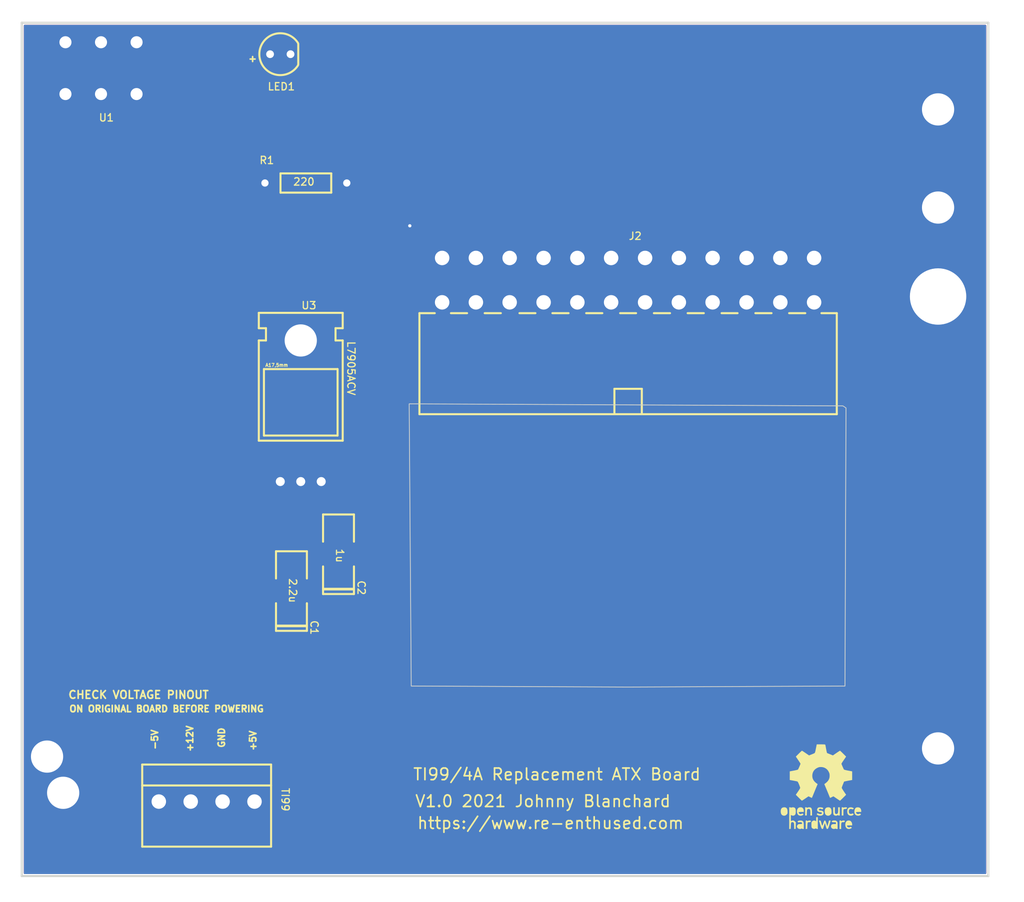
<source format=kicad_pcb>
(kicad_pcb (version 20231231) (generator "pcbnew") (generator_version "7.99")
  (layers (0 "F.Cu" signal "TopLayer") (31 "B.Cu" signal "BottomLayer") (34 "B.Paste" user "BottomPasteMaskLayer") (35 "F.Paste" user "TopPasteMaskLayer") (36 "B.SilkS" user "BottomSilkLayer") (37 "F.SilkS" user "TopSilkLayer") (38 "B.Mask" user "BottomSolderMaskLayer") (39 "F.Mask" user "TopSolderMaskLayer") (44 "Edge.Cuts" user "BoardOutline"))
  (net 1 "")
  (net 2 "GND")
  (net 3 "-5V")
  (net 4 "12V")
  (net 5 "+5V1")
  (net 6 "LED1_1")
  (net 7 "PS_ON")
  (net 8 "+5V2")
  (net 9 "-12V")
  (footprint "EasyEDA:Hole_gge747" (layer "F.Cu") (at 203.919 70.734)
    (property "Reference" "Hole_gge747" (hide yes))
    (property "Value" "Hole_gge747" (hide yes))
  )
  (footprint "EasyEDA:L_AXIAL-0.4" (layer "F.Cu") (at 125.433 67.686)
    (property "Reference" "R1")
    (property "Value" "220")
  )
  (footprint "EasyEDA:Hole_gge746" (layer "F.Cu") (at 203.919 81.783)
    (property "Reference" "Hole_gge746" (hide yes))
    (property "Value" "Hole_gge746" (hide yes))
  )
  (footprint "EasyEDA:DIP-1X4P-3.96MM-SK" (layer "F.Cu") (at 113.114 144.521)
    (property "Reference" "TI99")
    (property "Value" "Header-Male-2.54_1x4" (hide yes))
  )
  (footprint "EasyEDA:Pad_gge12412" (layer "F.Cu") (at 124.798 91.562)
    (property "Reference" "Pad_gge12412" (hide yes))
    (property "Value" "Pad_gge12412" (hide yes))
  )
  (footprint "EasyEDA:TO220" (layer "F.Cu") (at 124.798 104.77)
    (property "Reference" "U3")
    (property "Value" "L7905ACV")
  )
  (footprint "EasyEDA:CASE-C_6032" (layer "F.Cu") (at 129.497 113.533 -90)
    (property "Reference" "C2")
    (property "Value" "1u")
  )
  (footprint "EasyEDA:Hole_gge745" (layer "F.Cu") (at 203.919 137.917)
    (property "Reference" "Hole_gge745" (hide yes))
    (property "Value" "Hole_gge745" (hide yes))
  )
  (footprint "EasyEDA:Hole_gge749" (layer "F.Cu") (at 95.302 143.4331)
    (property "Reference" "Hole_gge749" (hide yes))
    (property "Value" "Hole_gge749" (hide yes))
  )
  (footprint "EasyEDA:LED-5MM/2.54" (layer "F.Cu") (at 122.258 51.684 90)
    (property "Reference" "LED1")
    (property "Value" "LED-5MM" (hide yes))
  )
  (footprint "EasyEDA:Hole_gge744" (layer "F.Cu") (at 203.919 58.542)
    (property "Reference" "Hole_gge744" (hide yes))
    (property "Value" "Hole_gge744" (hide yes))
  )
  (footprint "EasyEDA:Hole_gge12811" (layer "F.Cu") (at 124.798 87.244)
    (property "Reference" "Hole_gge12811" (hide yes))
    (property "Value" "Hole_gge12811" (hide yes))
  )
  (footprint "EasyEDA:ATX24_RIGHT_ANGLE" (layer "F.Cu") (at 165.438 79.751)
    (property "Reference" "J2")
    (property "Value" "ATX24RH" (hide yes))
  )
  (footprint "EasyEDA:SLIDE_SWITCH" (layer "F.Cu") (at 101.557 56.891)
    (property "Reference" "U1")
    (property "Value" "Slide_Switch" (hide yes))
  )
  (footprint "EasyEDA:CASE-C_6032" (layer "F.Cu") (at 123.655 118.105 -90)
    (property "Reference" "C1")
    (property "Value" "2.2u")
  )
  (footprint "EasyEDA:Hole_gge748" (layer "F.Cu") (at 93.302 138.933)
    (property "Reference" "Hole_gge748" (hide yes))
    (property "Value" "Hole_gge748" (hide yes))
  )
  (gr_poly (pts (xy 190.0224 145.2981) (xy 189.975388 145.334185) (xy 189.935357 145.380531) (xy 189.902501 145.436524) (xy 189.877012 145.50155) (xy 189.859084 145.574994) (xy 189.84891 145.656243) (xy 189.846684 145.744683) (xy 189.8526 145.8397) (xy 189.86352 145.918701) (xy 189.879418 145.988057) (xy 189.900764 146.048519) (xy 189.928025 146.100837) (xy 189.96167 146.145763) (xy 190.002168 146.184048) (xy 190.049989 146.216443) (xy 190.1056 146.2437) (xy 190.16868 146.26504) (xy 190.231342 146.276307) (xy 190.293279 146.277574) (xy 190.354187 146.268912) (xy 190.413759 146.250392) (xy 190.471689 146.222085) (xy 190.527671 146.184064) (xy 190.5814 146.1364) (xy 190.617046 146.099735) (xy 190.65518 146.052511) (xy 190.67825 146.004087) (xy 190.690013 145.942616) (xy 190.69343 145.888538) (xy 190.694605 145.819887) (xy 190.6947 145.779) (xy 190.693262 145.709466) (xy 190.688906 145.645035) (xy 190.681569 145.585622) (xy 190.671187 145.531142) (xy 190.657698 145.48151) (xy 190.621142 145.396455) (xy 190.571396 145.32978) (xy 190.507953 145.280809) (xy 190.430307 145.248866) (xy 190.337951 145.233275) (xy 190.2861 145.2314) (xy 190.23286 145.234156) (xy 190.179117 145.241975) (xy 190.126902 145.25435) (xy 190.078242 145.270775) (xy 190.0224 145.2981)) (fill solid) (layer "F.SilkS"))
  (gr_poly (pts (xy 185.4387 146.5817) (xy 185.4387 147.932) (xy 185.5326 147.9212) (xy 185.6265 147.9104) (xy 185.6435 147.5251) (xy 185.646899 147.453362) (xy 185.650515 147.389603) (xy 185.654542 147.333357) (xy 185.664612 147.241553) (xy 185.678673 147.174235) (xy 185.698285 147.127693) (xy 185.741529 147.088712) (xy 185.806052 147.075592) (xy 185.8332 147.0748) (xy 185.883803 147.082778) (xy 185.9385 147.103867) (xy 185.9698 147.1226) (xy 186.004723 147.160979) (xy 186.022009 147.208062) (xy 186.033697 147.282056) (xy 186.039282 147.351326) (xy 186.043736 147.440043) (xy 186.045707 147.492629) (xy 186.0476 147.5512) (xy 186.0592 147.9314) (xy 186.15 147.9209) (xy 186.2408 147.9104) (xy 186.2504 147.5071) (xy 186.2601 147.1038) (xy 186.1429 146.9866) (xy 186.094716 146.94163) (xy 186.051349 146.909119) (xy 185.995019 146.882293) (xy 185.932848 146.870758) (xy 185.897 146.8695) (xy 185.841757 146.873884) (xy 185.787612 146.8859) (xy 185.740385 146.90384) (xy 185.7059 146.926) (xy 185.655561 146.933686) (xy 185.647397 146.875846) (xy 185.644798 146.808057) (xy 185.643716 146.712755) (xy 185.64354 146.65368) (xy 185.6435 146.5864) (xy 185.6435 146.1904) (xy 185.7665 146.2417) (xy 185.822671 146.261353) (xy 185.877042 146.272626) (xy 185.929507 146.275539) (xy 185.979962 146.270112) (xy 186.028303 146.256365) (xy 186.074426 146.234317) (xy 186.118226 146.203988) (xy 186.1596 146.1654) (xy 186.192643 146.125045) (xy 186.216343 146.080671) (xy 186.232643 146.024798) (xy 186.243482 145.949948) (xy 186.248635 145.885811) (xy 186.2528 145.8077) (xy 186.254689 145.753936) (xy 186.255275 145.703492) (xy 186.252409 145.612103) (xy 186.243951 145.532605) (xy 186.22965 145.464075) (xy 186.209255 145.405584) (xy 186.182515 145.356209) (xy 186.14918 145.315023) (xy 186.109 145.2811) (xy 186.049714 145.253902) (xy 185.999101 145.241792) (xy 185.943222 145.234629) (xy 185.88517 145.232524) (xy 185.828035 145.235589) (xy 185.774909 145.243935) (xy 185.7095 145.2666) (xy 185.659437 145.2849) (xy 185.6435 145.2666) (xy 185.598241 145.237353) (xy 185.5411 145.2313) (xy 185.4387 145.2313) (xy 185.4387 146.5817)) (fill solid) (layer "F.SilkS"))
  (gr_poly (pts (xy 189.1393 146.9292) (xy 189.158396 146.988773) (xy 189.175282 147.041533) (xy 189.19615 147.106762) (xy 189.220317 147.182327) (xy 189.247103 147.266095) (xy 189.275824 147.35593) (xy 189.3058 147.4497) (xy 189.330265 147.526026) (xy 189.352139 147.59349) (xy 189.371704 147.652653) (xy 189.389245 147.704075) (xy 189.419388 147.785934) (xy 189.444837 147.84355) (xy 189.479177 147.894319) (xy 189.529722 147.918983) (xy 189.5451 147.9212) (xy 189.600219 147.920333) (xy 189.645133 147.896526) (xy 189.6495 147.8871) (xy 189.670862 147.811722) (xy 189.696817 147.722645) (xy 189.725404 147.626323) (xy 189.740071 147.577462) (xy 189.754662 147.529212) (xy 189.782631 147.437768) (xy 189.807351 147.358448) (xy 189.826861 147.297706) (xy 189.8392 147.262) (xy 189.8655 147.1937) (xy 189.8856 147.262) (xy 189.920565 147.381038) (xy 189.951239 147.485054) (xy 189.978054 147.575042) (xy 190.001442 147.651998) (xy 190.021836 147.716915) (xy 190.03967 147.77079) (xy 190.069387 147.849387) (xy 190.094056 147.895749) (xy 190.142099 147.923597) (xy 190.1724 147.921) (xy 190.223016 147.908256) (xy 190.267676 147.859088) (xy 190.301825 147.787387) (xy 190.32194 147.735656) (xy 190.344851 147.671469) (xy 190.371134 147.593425) (xy 190.401365 147.500123) (xy 190.436121 147.390161) (xy 190.475978 147.262137) (xy 190.521512 147.11465) (xy 190.5733 146.9463) (xy 190.5808 146.89137) (xy 190.527119 146.870614) (xy 190.4752 146.8695) (xy 190.416048 146.872384) (xy 190.366863 146.890662) (xy 190.3534 146.9317) (xy 190.345289 146.992281) (xy 190.332491 147.049965) (xy 190.315597 147.11335) (xy 190.3061 147.145) (xy 190.290134 147.196736) (xy 190.272325 147.255647) (xy 190.253931 147.317516) (xy 190.236209 147.378128) (xy 190.220417 147.433265) (xy 190.2158 147.4497) (xy 190.1729 147.6033) (xy 190.0554 147.2364) (xy 190.03697 147.179182) (xy 190.020223 147.128128) (xy 189.991059 147.043143) (xy 189.966465 146.978718) (xy 189.945 146.932125) (xy 189.915515 146.8897) (xy 189.8616 146.8695) (xy 189.808049 146.888953) (xy 189.768766 146.949465) (xy 189.746546 147.001604) (xy 189.720783 147.071676) (xy 189.690107 147.162192) (xy 189.6725 147.2159) (xy 189.65019 147.284075) (xy 189.630403 147.34312) (xy 189.612806 147.393003) (xy 189.582849 147.465161) (xy 189.546025 147.503925) (xy 189.51095 147.458587) (xy 189.484107 147.381233) (xy 189.468649 147.328326) (xy 189.451391 147.265892) (xy 189.432 147.1939) (xy 189.416372 147.135627) (xy 189.402609 147.084784) (xy 189.379371 147.00336) (xy 189.359673 146.945579) (xy 189.331043 146.894372) (xy 189.280868 146.871029) (xy 189.2228 146.8695) (xy 189.172867 146.872092) (xy 189.134234 146.905903) (xy 189.1393 146.9292)) (fill solid) (layer "F.SilkS"))
  (gr_poly (pts (xy 187.0428 147.5456) (xy 187.034504 147.608997) (xy 187.009598 147.657901) (xy 186.968049 147.692332) (xy 186.909825 147.71231) (xy 186.834894 147.717855) (xy 186.8062 147.7165) (xy 186.746343 147.708846) (xy 186.696051 147.695695) (xy 186.639941 147.667089) (xy 186.604562 147.615799) (xy 186.618934 147.55427) (xy 186.6309 147.5379) (xy 186.672183 147.508912) (xy 186.724106 147.493821) (xy 186.774871 147.487035) (xy 186.836342 147.483999) (xy 186.8593 147.4838) (xy 186.911485 147.484322) (xy 186.970232 147.487659) (xy 187.025424 147.503194) (xy 187.0428 147.5456)) (fill solid) (layer "F.SilkS"))
  (gr_poly (pts (xy 189.0356 145.2788) (xy 188.995741 145.313065) (xy 188.962185 145.353009) (xy 188.935378 145.39728) (xy 188.915762 145.444525) (xy 188.903782 145.493391) (xy 188.901101 145.566774) (xy 188.9181 145.6362) (xy 188.952282 145.698452) (xy 188.999692 145.747531) (xy 189.063853 145.785321) (xy 189.117673 145.805175) (xy 189.181548 145.82141) (xy 189.256523 145.834585) (xy 189.2985 145.8402) (xy 189.369389 145.850455) (xy 189.421462 145.862251) (xy 189.474001 145.888721) (xy 189.4949 145.9287) (xy 189.494163 145.980021) (xy 189.454801 146.038114) (xy 189.407724 146.063209) (xy 189.347717 146.076567) (xy 189.277982 146.077475) (xy 189.201721 146.06522) (xy 189.122137 146.03909) (xy 189.0821 146.0206) (xy 189.024292 145.991928) (xy 188.974526 145.974536) (xy 188.924785 145.993651) (xy 188.896 146.0238) (xy 188.863432 146.06297) (xy 188.871348 146.117835) (xy 188.915 146.1556) (xy 188.993748 146.206919) (xy 189.083209 146.244203) (xy 189.179322 146.267372) (xy 189.278025 146.27635) (xy 189.375255 146.271058) (xy 189.466953 146.251421) (xy 189.549055 146.217361) (xy 189.6175 146.1688) (xy 189.660303 146.115477) (xy 189.689967 146.049511) (xy 189.70205 146.000725) (xy 189.707701 145.949641) (xy 189.706684 145.89759) (xy 189.698762 145.8459) (xy 189.6837 145.7959) (xy 189.652882 145.751099) (xy 189.599667 145.710746) (xy 189.554562 145.687562) (xy 189.503724 145.668227) (xy 189.448842 145.653489) (xy 189.391604 145.644097) (xy 189.3337 145.6408) (xy 189.273721 145.636678) (xy 189.2192 145.625) (xy 189.16389 145.601347) (xy 189.1401 145.5831) (xy 189.105885 145.542984) (xy 189.125561 145.491475) (xy 189.1585 145.4636) (xy 189.206301 145.429328) (xy 189.265324 145.406871) (xy 189.331929 145.410361) (xy 189.395369 145.429607) (xy 189.4474 145.4502) (xy 189.498263 145.470198) (xy 189.554387 145.4806) (xy 189.604174 145.452179) (xy 189.6232 145.4321) (xy 189.659651 145.38661) (xy 189.650408 145.334256) (xy 189.6258 145.3081) (xy 189.581269 145.280632) (xy 189.513415 145.259225) (xy 189.429723 145.244249) (xy 189.337675 145.236075) (xy 189.244755 145.235072) (xy 189.158446 145.241612) (xy 189.086233 145.256064) (xy 189.0356 145.2788)) (fill solid) (layer "F.SilkS"))
  (gr_poly (pts (xy 186.5825 145.3053) (xy 186.519955 145.366168) (xy 186.469634 145.439482) (xy 186.431964 145.522971) (xy 186.407375 145.614362) (xy 186.396294 145.711383) (xy 186.399153 145.81176) (xy 186.405943 145.862498) (xy 186.416378 145.913224) (xy 186.430512 145.963652) (xy 186.4484 146.0135) (xy 186.475262 146.069782) (xy 186.50835 146.123037) (xy 186.543462 146.167273) (xy 186.5764 146.1965) (xy 186.644263 146.233203) (xy 186.716498 146.259031) (xy 186.791375 146.274012) (xy 186.867162 146.278175) (xy 186.942129 146.271546) (xy 187.014545 146.254156) (xy 187.082679 146.226031) (xy 187.1448 146.1872) (xy 187.191181 146.149979) (xy 187.200206 146.095301) (xy 187.1666 146.0551) (xy 187.129459 146.018301) (xy 187.078324 146.005499) (xy 187.027461 146.023491) (xy 186.9919 146.04) (xy 186.939357 146.060475) (xy 186.885962 146.072925) (xy 186.835285 146.076787) (xy 186.7909 146.0715) (xy 186.73545 146.046492) (xy 186.683281 146.004497) (xy 186.640797 145.953714) (xy 186.614401 145.902342) (xy 186.6153 145.8471) (xy 186.678169 145.826795) (xy 186.740727 145.819299) (xy 186.791515 145.815551) (xy 186.848325 145.812937) (xy 186.910091 145.811575) (xy 186.9425 145.8114) (xy 187.2476 145.8114) (xy 187.2476 145.6732) (xy 187.244389 145.613525) (xy 187.235003 145.555414) (xy 187.219808 145.499666) (xy 187.199175 145.447087) (xy 187.173469 145.398478) (xy 187.143059 145.354642) (xy 187.108313 145.316381) (xy 187.0696 145.2845) (xy 187.020533 145.258741) (xy 186.961315 145.241371) (xy 186.895333 145.232247) (xy 186.825975 145.231225) (xy 186.756625 145.238162) (xy 186.690671 145.252915) (xy 186.631501 145.275342) (xy 186.5825 145.3053)) (fill solid) (layer "F.SilkS"))
  (gr_poly (pts (xy 190.4368 145.5119) (xy 190.462788 145.567605) (xy 190.475423 145.616437) (xy 190.484088 145.671812) (xy 190.488599 145.731318) (xy 190.488771 145.792543) (xy 190.484418 145.853075) (xy 190.475355 145.910503) (xy 190.469 145.9373) (xy 190.443522 145.983921) (xy 190.398536 146.021541) (xy 190.340709 146.047485) (xy 190.276709 146.059081) (xy 190.213205 146.053654) (xy 190.1933 146.0476) (xy 190.142182 146.020097) (xy 190.102327 145.979163) (xy 190.073376 145.92404) (xy 190.054967 145.853973) (xy 190.048374 145.798587) (xy 190.0462 145.736) (xy 190.049672 145.665744) (xy 190.060087 145.604834) (xy 190.077439 145.553275) (xy 190.116465 145.493486) (xy 190.171075 145.454778) (xy 190.241251 145.437174) (xy 190.2681 145.436) (xy 190.323287 145.440406) (xy 190.378842 145.459018) (xy 190.422209 145.493421) (xy 190.4368 145.5119)) (fill solid) (layer "F.SilkS"))
  (gr_poly (pts (xy 193.0041 147.1747) (xy 193.024291 147.225984) (xy 193.031056 147.278449) (xy 193.0285 147.2857) (xy 192.971209 147.303156) (xy 192.907193 147.309863) (xy 192.849771 147.312637) (xy 192.8087 147.3132) (xy 192.752129 147.31267) (xy 192.687819 147.309403) (xy 192.634602 147.298801) (xy 192.606 147.2561) (xy 192.619705 147.192858) (xy 192.656545 147.142159) (xy 192.710102 147.105311) (xy 192.773962 147.083625) (xy 192.841708 147.07841) (xy 192.906923 147.090978) (xy 192.963192 147.122637) (xy 193.0041 147.1747)) (fill solid) (layer "F.SilkS"))
  (gr_poly (pts (xy 188.806 137.663) (xy 188.794774 137.71828) (xy 188.782159 137.780623) (xy 188.768583 137.847895) (xy 188.754475 137.917962) (xy 188.740263 137.98869) (xy 188.726378 138.057945) (xy 188.713247 138.123593) (xy 188.7013 138.1835) (xy 188.689063 138.240371) (xy 188.675707 138.294373) (xy 188.661613 138.344397) (xy 188.639921 138.409554) (xy 188.61871 138.459532) (xy 188.5934 138.4961) (xy 188.547421 138.521462) (xy 188.486219 138.550231) (xy 188.435564 138.572778) (xy 188.378812 138.597225) (xy 188.317493 138.622894) (xy 188.253138 138.649104) (xy 188.2203 138.6622) (xy 187.9008 138.7886) (xy 187.4742 138.4946) (xy 187.430583 138.464633) (xy 187.3879 138.435508) (xy 187.346384 138.407376) (xy 187.267786 138.354692) (xy 187.196656 138.307785) (xy 187.134859 138.26786) (xy 187.08426 138.236122) (xy 187.03344 138.2065) (xy 187.019 138.2005) (xy 186.961145 138.24495) (xy 186.917147 138.284551) (xy 186.863655 138.334363) (xy 186.802285 138.392882) (xy 186.734653 138.458604) (xy 186.698994 138.493696) (xy 186.662376 138.530023) (xy 186.625 138.5674) (xy 186.2595 138.9343) (xy 186.5488 139.3584) (xy 186.578267 139.401813) (xy 186.606909 139.444408) (xy 186.661123 139.526192) (xy 186.710253 139.601851) (xy 186.753112 139.669487) (xy 186.788513 139.727199) (xy 186.81527 139.773089) (xy 186.8381 139.8218) (xy 186.81314 139.902105) (xy 186.774752 140.000258) (xy 186.751188 140.057728) (xy 186.725669 140.118575) (xy 186.698912 140.181137) (xy 186.671636 140.243749) (xy 186.644559 140.304748) (xy 186.6184 140.36247) (xy 186.593876 140.415251) (xy 186.571706 140.461428) (xy 186.537299 140.527316) (xy 186.5265 140.5437) (xy 186.474854 140.566323) (xy 186.423662 140.581586) (xy 186.358437 140.598762) (xy 186.281338 140.617312) (xy 186.194526 140.636695) (xy 186.10016 140.656371) (xy 186.050819 140.66615) (xy 186.0004 140.6758) (xy 185.507 140.7685) (xy 185.507 141.3048) (xy 185.507 141.8411) (xy 185.9422 141.92) (xy 186.031047 141.936414) (xy 186.116731 141.952746) (xy 186.197174 141.968568) (xy 186.2703 141.98345) (xy 186.334032 141.996962) (xy 186.386293 142.008678) (xy 186.438637 142.021942) (xy 186.4481 142.025) (xy 186.488432 142.057178) (xy 186.52321 142.107132) (xy 186.549106 142.15371) (xy 186.577518 142.211518) (xy 186.608742 142.281079) (xy 186.643075 142.362915) (xy 186.6615 142.4086) (xy 186.690099 142.481643) (xy 186.716782 142.55204) (xy 186.740965 142.618092) (xy 186.762062 142.6781) (xy 186.779489 142.730363) (xy 186.797468 142.790522) (xy 186.8039 142.8237) (xy 186.782296 142.877293) (xy 186.756976 142.923768) (xy 186.723475 142.980875) (xy 186.682913 143.046746) (xy 186.636415 143.119518) (xy 186.585103 143.197325) (xy 186.5301 143.2783) (xy 186.2562 143.6756) (xy 186.6234 144.0439) (xy 186.660921 144.081406) (xy 186.69764 144.11786) (xy 186.733355 144.153075) (xy 186.800974 144.219028) (xy 186.862172 144.277755) (xy 186.915346 144.327746) (xy 186.958891 144.367488) (xy 187.002645 144.404584) (xy 187.0151 144.4121) (xy 187.07498 144.379198) (xy 187.12184 144.349885) (xy 187.17919 144.313013) (xy 187.245296 144.269694) (xy 187.318426 144.221042) (xy 187.396847 144.16817) (xy 187.4375 144.1405) (xy 187.8353 143.8689) (xy 188.0398 143.9721) (xy 188.100929 144.002196) (xy 188.155768 144.027834) (xy 188.213955 144.05285) (xy 188.2549 144.0645) (xy 188.276458 144.018816) (xy 188.308021 143.945321) (xy 188.328731 143.896214) (xy 188.352624 143.839112) (xy 188.379625 143.7742) (xy 188.409655 143.701661) (xy 188.44264 143.621679) (xy 188.478502 143.534439) (xy 188.517165 143.440125) (xy 188.558553 143.338919) (xy 188.602589 143.231007) (xy 188.649197 143.116573) (xy 188.6983 142.9958) (xy 188.722202 142.937163) (xy 188.747639 142.875156) (xy 188.773827 142.811658) (xy 188.799987 142.74855) (xy 188.825336 142.68771) (xy 188.849092 142.631018) (xy 188.870474 142.580355) (xy 188.8887 142.5376) (xy 188.9682 142.3524) (xy 188.8695 142.2816) (xy 188.799787 142.229501) (xy 188.734847 142.1767) (xy 188.674643 142.123132) (xy 188.619137 142.068732) (xy 188.56829 142.013435) (xy 188.522064 141.957176) (xy 188.480422 141.89989) (xy 188.443325 141.841512) (xy 188.410734 141.781978) (xy 188.382613 141.721222) (xy 188.358922 141.659179) (xy 188.339625 141.595785) (xy 188.324681 141.530976) (xy 188.314055 141.464684) (xy 188.307707 141.396847) (xy 188.3056 141.3274) (xy 188.308107 141.245565) (xy 188.315593 141.166022) (xy 188.328001 141.088862) (xy 188.345275 141.014175) (xy 188.367357 140.942051) (xy 188.394193 140.872583) (xy 188.425726 140.805861) (xy 188.4619 140.741975) (xy 188.502657 140.681016) (xy 188.547943 140.623075) (xy 188.597701 140.568244) (xy 188.651875 140.516612) (xy 188.710407 140.468271) (xy 188.773243 140.423311) (xy 188.840326 140.381824) (xy 188.9116 140.3439) (xy 188.978968 140.3117) (xy 189.037915 140.286107) (xy 189.091392 140.266413) (xy 189.14235 140.251912) (xy 189.193738 140.241897) (xy 189.248509 140.23566) (xy 189.309612 140.232497) (xy 189.38 140.2317) (xy 189.459268 140.234505) (xy 189.536874 140.242549) (xy 189.612646 140.255726) (xy 189.686414 140.273928) (xy 189.758007 140.297048) (xy 189.827256 140.32498) (xy 189.893989 140.357616) (xy 189.958037 140.39485) (xy 190.019229 140.436574) (xy 190.077395 140.482682) (xy 190.132364 140.533067) (xy 190.183967 140.587621) (xy 190.232032 140.646239) (xy 190.276389 140.708812) (xy 190.316869 140.775235) (xy 190.3533 140.8454) (xy 190.382252 140.908274) (xy 190.405385 140.96441) (xy 190.423304 141.01657) (xy 190.436612 141.067512) (xy 190.445912 141.119996) (xy 190.451807 141.176782) (xy 190.454902 141.24063) (xy 190.4558 141.3143) (xy 190.453829 141.387259) (xy 190.447856 141.457817) (xy 190.437791 141.526129) (xy 190.423543 141.59235) (xy 190.405023 141.656634) (xy 190.38214 141.719138) (xy 190.354804 141.780016) (xy 190.322925 141.839425) (xy 190.286411 141.897518) (xy 190.245175 141.954452) (xy 190.199124 142.010381) (xy 190.148168 142.065462) (xy 190.092218 142.119849) (xy 190.031184 142.173697) (xy 189.964974 142.227162) (xy 189.8935 142.2804) (xy 189.7964 142.35) (xy 190.0454 142.9459) (xy 190.071288 143.00794) (xy 190.097495 143.070844) (xy 190.123841 143.134176) (xy 190.150146 143.1975) (xy 190.17623 143.260378) (xy 190.201912 143.322374) (xy 190.227012 143.383052) (xy 190.25135 143.441975) (xy 190.274745 143.498706) (xy 190.297019 143.55281) (xy 190.317989 143.603849) (xy 190.337478 143.651387) (xy 190.371285 143.734214) (xy 190.397 143.7978) (xy 190.417815 143.849442) (xy 190.437581 143.898042) (xy 190.464256 143.962843) (xy 190.485984 144.014646) (xy 190.506995 144.062079) (xy 190.5084 144.0645) (xy 190.560804 144.047723) (xy 190.623312 144.019863) (xy 190.680364 143.992595) (xy 190.7216 143.9721) (xy 190.9261 143.8689) (xy 191.3239 144.1405) (xy 191.404316 144.195064) (xy 191.480309 144.245965) (xy 191.550148 144.29209) (xy 191.6121 144.332325) (xy 191.664433 144.365556) (xy 191.721109 144.399837) (xy 191.7464 144.4121) (xy 191.802512 144.367538) (xy 191.846014 144.327835) (xy 191.899141 144.277892) (xy 191.960287 144.219214) (xy 192.027846 144.15331) (xy 192.06353 144.118119) (xy 192.100214 144.081686) (xy 192.1377 144.0442) (xy 192.5045 143.6763) (xy 192.231 143.2716) (xy 192.176098 143.189175) (xy 192.124939 143.110107) (xy 192.078638 143.036283) (xy 192.038312 142.969587) (xy 192.005079 142.911905) (xy 191.980054 142.865123) (xy 191.9591 142.8118) (xy 191.971179 142.762198) (xy 191.993367 142.694816) (xy 192.013282 142.638702) (xy 192.036596 142.575613) (xy 192.062706 142.507244) (xy 192.091011 142.43529) (xy 192.1058 142.3985) (xy 192.251 142.0401) (xy 192.4199 142.001) (xy 192.485061 141.986689) (xy 192.540634 141.975111) (xy 192.603513 141.962381) (xy 192.67164 141.948908) (xy 192.742957 141.9351) (xy 192.815405 141.921366) (xy 192.886928 141.908116) (xy 192.9217 141.9018) (xy 193.2544 141.8417) (xy 193.2544 141.3051) (xy 193.2544 140.7685) (xy 192.761 140.6758) (xy 192.710589 140.66615) (xy 192.661275 140.656371) (xy 192.567012 140.636695) (xy 192.480361 140.617312) (xy 192.403475 140.598762) (xy 192.338503 140.581586) (xy 192.2876 140.566323) (xy 192.2366 140.5437) (xy 192.210882 140.498858) (xy 192.169648 140.413981) (xy 192.145037 140.360746) (xy 192.118736 140.302563) (xy 192.091476 140.241118) (xy 192.063987 140.1781) (xy 192.036998 140.115193) (xy 192.011239 140.054086) (xy 191.987441 139.996466) (xy 191.966332 139.944018) (xy 191.935106 139.861391) (xy 191.9234 139.8197) (xy 191.946334 139.7723) (xy 191.973212 139.727014) (xy 192.008775 139.66985) (xy 192.051827 139.602692) (xy 192.101178 139.527425) (xy 192.155633 139.445932) (xy 192.184402 139.403441) (xy 192.214 139.3601) (xy 192.5047 138.9366) (xy 192.1378 138.5686) (xy 192.100288 138.531095) (xy 192.063565 138.494643) (xy 192.027829 138.459433) (xy 191.960126 138.393494) (xy 191.89879 138.334784) (xy 191.845429 138.284813) (xy 191.801652 138.245088) (xy 191.757477 138.208011) (xy 191.7447 138.2005) (xy 191.68028 138.23609) (xy 191.629808 138.267794) (xy 191.56802 138.307672) (xy 191.496783 138.354517) (xy 191.417963 138.407124) (xy 191.376293 138.435211) (xy 191.333427 138.464287) (xy 191.2896 138.4942) (xy 190.8608 138.7879) (xy 190.4962 138.6391) (xy 190.1316 138.4903) (xy 190.0894 138.3198) (xy 190.074475 138.255366) (xy 190.062905 138.201483) (xy 190.050491 138.141142) (xy 190.037616 138.076302) (xy 190.024667 138.00892) (xy 190.01203 137.940956) (xy 190.000088 137.874367) (xy 189.9945 137.8422) (xy 189.98357 137.779258) (xy 189.972648 137.718187) (xy 189.962024 137.660491) (xy 189.951987 137.607675) (xy 189.938666 137.540891) (xy 189.92566 137.482969) (xy 189.9235 137.4753) (xy 189.8849 137.437746) (xy 189.82205 137.425387) (xy 189.754505 137.420383) (xy 189.661346 137.417404) (xy 189.603795 137.416524) (xy 189.538201 137.41597) (xy 189.464018 137.415682) (xy 189.3807 137.4156) (xy 188.8564 137.4156) (xy 188.806 137.663)) (fill solid) (layer "F.SilkS"))
  (gr_poly (pts (xy 186.9529 145.4726) (xy 187.001975 145.514825) (xy 187.041381 145.565626) (xy 187.013615 145.619722) (xy 186.939429 145.635723) (xy 186.865447 145.64025) (xy 186.821 145.6408) (xy 186.739654 145.639434) (xy 186.678231 145.634734) (xy 186.621685 145.619446) (xy 186.615631 145.56444) (xy 186.660476 145.508733) (xy 186.6829 145.4857) (xy 186.735784 145.43869) (xy 186.782524 145.41249) (xy 186.843221 145.409543) (xy 186.89348 145.431036) (xy 186.9529 145.4726)) (fill solid) (layer "F.SilkS"))
  (gr_poly (pts (xy 187.4865 147.4008) (xy 187.4865 147.932) (xy 187.5804 147.9212) (xy 187.6742 147.9104) (xy 187.6913 147.5251) (xy 187.694885 147.449764) (xy 187.698752 147.383007) (xy 187.703144 147.324363) (xy 187.708303 147.273362) (xy 187.721889 147.192423) (xy 187.74145 147.13645) (xy 187.786232 147.091117) (xy 187.855359 147.080917) (xy 187.9182 147.0874) (xy 187.973109 147.090856) (xy 188.029188 147.078266) (xy 188.079826 147.043879) (xy 188.1006 147.0233) (xy 188.134777 146.98617) (xy 188.154515 146.938754) (xy 188.1063 146.9065) (xy 188.045838 146.883046) (xy 187.978795 146.872052) (xy 187.90979 146.8733) (xy 187.843443 146.886573) (xy 187.784374 146.911653) (xy 187.7671 146.9226) (xy 187.719121 146.953601) (xy 187.6913 146.9226) (xy 187.659578 146.879372) (xy 187.601569 146.869697) (xy 187.5889 146.8695) (xy 187.4865 146.8695) (xy 187.4865 147.4008)) (fill solid) (layer "F.SilkS"))
  (gr_poly (pts (xy 187.4182 145.7432) (xy 187.4182 146.2551) (xy 187.5168 146.2551) (xy 187.6153 146.2551) (xy 187.6287 145.8933) (xy 187.631684 145.822691) (xy 187.635267 145.759581) (xy 187.639659 145.703565) (xy 187.651715 145.611187) (xy 187.669543 145.542306) (xy 187.694832 145.493674) (xy 187.750453 145.451582) (xy 187.801788 145.439354) (xy 187.8665 145.436) (xy 187.920178 145.441246) (xy 187.982502 145.471921) (xy 188.025475 145.535975) (xy 188.044751 145.60056) (xy 188.057496 145.68499) (xy 188.061678 145.735273) (xy 188.064537 145.791269) (xy 188.066176 145.853227) (xy 188.0667 145.9214) (xy 188.0667 146.2551) (xy 188.1691 146.2551) (xy 188.2715 146.2551) (xy 188.2715 145.878) (xy 188.271023 145.806153) (xy 188.269546 145.740026) (xy 188.266993 145.679353) (xy 188.263293 145.623868) (xy 188.258372 145.573308) (xy 188.244573 145.485901) (xy 188.225012 145.415013) (xy 188.1991 145.358525) (xy 188.166254 145.314317) (xy 188.125887 145.280273) (xy 188.1027 145.2664) (xy 188.042358 145.245216) (xy 187.992621 145.236777) (xy 187.938536 145.232853) (xy 187.882899 145.233414) (xy 187.828505 145.238433) (xy 187.778149 145.247882) (xy 187.7163 145.2703) (xy 187.66764 145.290901) (xy 187.6304 145.2703) (xy 187.58403 145.240218) (xy 187.528016 145.231501) (xy 187.5178 145.2313) (xy 187.4182 145.2313) (xy 187.4182 145.7432)) (fill solid) (layer "F.SilkS"))
  (gr_poly (pts (xy 188.7834 146.7178) (xy 188.7834 146.9757) (xy 188.7076 146.9226) (xy 188.660733 146.895826) (xy 188.61079 146.87844) (xy 188.558751 146.87034) (xy 188.5056 146.871425) (xy 188.452316 146.881594) (xy 188.399884 146.900746) (xy 188.349284 146.928782) (xy 188.3015 146.9656) (xy 188.251948 147.012276) (xy 188.220565 147.0561) (xy 188.203201 147.113586) (xy 188.197364 147.167653) (xy 188.194686 147.240024) (xy 188.193936 147.335589) (xy 188.1939 147.3936) (xy 188.194004 147.446744) (xy 188.195085 147.536586) (xy 188.197863 147.607355) (xy 188.202984 147.662481) (xy 188.216468 147.72334) (xy 188.238848 147.768288) (xy 188.2723 147.8089) (xy 188.313675 147.846099) (xy 188.36017 147.875793) (xy 188.410539 147.897753) (xy 188.463537 147.91175) (xy 188.517918 147.917552) (xy 188.572435 147.914931) (xy 188.625845 147.903657) (xy 188.6769 147.8835) (xy 188.729981 147.859131) (xy 188.779876 147.854361) (xy 188.7972 147.88) (xy 188.835437 147.913537) (xy 188.884077 147.926529) (xy 188.9018 147.9275) (xy 188.9882 147.9275) (xy 188.9882 147.1937) (xy 188.9882 146.4599) (xy 188.8858 146.4599) (xy 188.7834 146.4599) (xy 188.7834 146.7178)) (fill solid) (layer "F.SilkS"))
  (gr_poly (pts (xy 185.9886 145.4918) (xy 186.019022 145.563323) (xy 186.030739 145.632352) (xy 186.035753 145.710763) (xy 186.034193 145.791957) (xy 186.026186 145.869336) (xy 186.011859 145.936304) (xy 185.991341 145.986261) (xy 185.9788 146.0028) (xy 185.929177 146.036581) (xy 185.869156 146.054098) (xy 185.806121 146.055496) (xy 185.747457 146.040923) (xy 185.700548 146.010524) (xy 185.6888 145.9969) (xy 185.663625 145.931998) (xy 185.652554 145.8685) (xy 185.646185 145.795476) (xy 185.644633 145.718632) (xy 185.648014 145.643677) (xy 185.656442 145.576316) (xy 185.670033 145.522257) (xy 185.6788 145.502) (xy 185.718287 145.463296) (xy 185.778993 145.441151) (xy 185.849547 145.435944) (xy 185.918579 145.448056) (xy 185.974717 145.477865) (xy 185.9886 145.4918)) (fill solid) (layer "F.SilkS"))
  (gr_poly (pts (xy 184.5616 145.2981) (xy 184.514588 145.334185) (xy 184.474557 145.380531) (xy 184.441701 145.436524) (xy 184.416212 145.50155) (xy 184.398284 145.574994) (xy 184.38811 145.656243) (xy 184.385884 145.744683) (xy 184.3918 145.8397) (xy 184.402753 145.918701) (xy 184.418675 145.988057) (xy 184.440034 146.048519) (xy 184.4673 146.100837) (xy 184.50094 146.145763) (xy 184.541425 146.184048) (xy 184.589221 146.216443) (xy 184.6448 146.2437) (xy 184.707884 146.26504) (xy 184.770556 146.276307) (xy 184.832506 146.277574) (xy 184.893425 146.268912) (xy 184.953003 146.250392) (xy 185.010931 146.222085) (xy 185.0669 146.184064) (xy 185.1206 146.1364) (xy 185.156275 146.099735) (xy 185.194424 146.052511) (xy 185.217487 146.004087) (xy 185.229233 145.942616) (xy 185.232638 145.888538) (xy 185.233806 145.819887) (xy 185.2339 145.779) (xy 185.232463 145.709466) (xy 185.22811 145.645035) (xy 185.220777 145.585622) (xy 185.210401 145.531142) (xy 185.196918 145.48151) (xy 185.160374 145.396455) (xy 185.110638 145.32978) (xy 185.047197 145.280809) (xy 184.969544 145.248866) (xy 184.877168 145.233275) (xy 184.8253 145.2314) (xy 184.772097 145.234156) (xy 184.718361 145.241975) (xy 184.666134 145.25435) (xy 184.617456 145.270775) (xy 184.5616 145.2981)) (fill solid) (layer "F.SilkS"))
  (gr_poly (pts (xy 191.6845 147.3985) (xy 191.6845 147.9275) (xy 191.7868 147.9275) (xy 191.8893 147.9275) (xy 191.8893 147.5767) (xy 191.889811 147.499103) (xy 191.891462 147.429389) (xy 191.894424 147.367208) (xy 191.898871 147.312206) (xy 191.912914 147.222332) (xy 191.934975 147.15695) (xy 191.966438 147.113242) (xy 192.034295 147.08216) (xy 192.095326 147.080315) (xy 192.1311 147.084) (xy 192.18566 147.089517) (xy 192.237792 147.086082) (xy 192.283917 147.059264) (xy 192.3178 147.0153) (xy 192.344467 146.970632) (xy 192.349089 146.918085) (xy 192.328 146.8998) (xy 192.273677 146.879355) (xy 192.201811 146.871031) (xy 192.149137 146.8719) (xy 192.096139 146.87768) (xy 192.045807 146.888184) (xy 191.981848 146.912379) (xy 191.9651 146.9226) (xy 191.917077 146.953601) (xy 191.8893 146.9226) (xy 191.85756 146.879372) (xy 191.799486 146.869697) (xy 191.7868 146.8695) (xy 191.6845 146.8695) (xy 191.6845 147.3985)) (fill solid) (layer "F.SilkS"))
  (gr_poly (pts (xy 190.8995 145.6503) (xy 190.899837 145.735421) (xy 190.901007 145.811448) (xy 190.903244 145.878985) (xy 190.906781 145.938634) (xy 190.911853 145.990997) (xy 190.927541 146.076277) (xy 190.952181 146.139647) (xy 190.98765 146.185927) (xy 191.035822 146.219939) (xy 191.098572 146.246503) (xy 191.136 146.2585) (xy 191.191297 146.273172) (xy 191.250816 146.280387) (xy 191.304689 146.272733) (xy 191.364474 146.249385) (xy 191.3817 146.241) (xy 191.430426 146.219557) (xy 191.48338 146.207254) (xy 191.5077 146.2196) (xy 191.553113 146.246991) (xy 191.608807 146.254916) (xy 191.619 146.2551) (xy 191.7186 146.2551) (xy 191.7186 145.7432) (xy 191.7186 145.2313) (xy 191.6162 145.2313) (xy 191.5138 145.2313) (xy 191.5138 145.5688) (xy 191.513219 145.637025) (xy 191.511406 145.699132) (xy 191.508259 145.75536) (xy 191.503673 145.805943) (xy 191.489768 145.891126) (xy 191.468862 145.956575) (xy 191.440123 146.004182) (xy 191.38051 146.046285) (xy 191.328554 146.057577) (xy 191.2986 146.0589) (xy 191.240696 146.055916) (xy 191.177053 146.034699) (xy 191.136725 145.982725) (xy 191.120267 145.925062) (xy 191.110387 145.84484) (xy 191.105569 145.738505) (xy 191.104585 145.674433) (xy 191.1043 145.6025) (xy 191.1043 145.2313) (xy 191.0019 145.2313) (xy 190.8995 145.2313) (xy 190.8995 145.6503)) (fill solid) (layer "F.SilkS"))
  (gr_poly (pts (xy 184.976 145.5119) (xy 185.001677 145.562175) (xy 185.019248 145.624881) (xy 185.028848 145.695303) (xy 185.030612 145.768725) (xy 185.024674 145.840431) (xy 185.01117 145.905706) (xy 184.990233 145.959834) (xy 184.962 145.9981) (xy 184.904009 146.036593) (xy 184.840176 146.055286) (xy 184.775056 146.05446) (xy 184.713206 146.034395) (xy 184.659181 145.995372) (xy 184.6437 145.9782) (xy 184.612576 145.930754) (xy 184.594887 145.877562) (xy 184.588954 145.810139) (xy 184.59121 145.745128) (xy 184.5931 145.72) (xy 184.599461 145.664978) (xy 184.608888 145.61184) (xy 184.62482 145.549436) (xy 184.647422 145.495647) (xy 184.652 145.4893) (xy 184.701598 145.453312) (xy 184.767523 145.436676) (xy 184.839713 145.438684) (xy 184.908106 145.458629) (xy 184.96264 145.495802) (xy 184.976 145.5119)) (fill solid) (layer "F.SilkS"))
  (gr_poly (pts (xy 191.9575 145.7432) (xy 191.9575 146.2551) (xy 192.0599 146.2551) (xy 192.1623 146.2551) (xy 192.1623 145.8809) (xy 192.162376 145.81962) (xy 192.162662 145.765258) (xy 192.164187 145.675409) (xy 192.167531 145.607605) (xy 192.177392 145.539037) (xy 192.203031 145.489793) (xy 192.2345 145.4681) (xy 192.291586 145.448967) (xy 192.349337 145.441645) (xy 192.4047 145.4438) (xy 192.476655 145.438605) (xy 192.545135 145.409116) (xy 192.598986 145.36536) (xy 192.627056 145.317364) (xy 192.6051 145.2641) (xy 192.552197 145.244684) (xy 192.477695 145.234533) (xy 192.421987 145.232875) (xy 192.365618 145.235275) (xy 192.312164 145.241712) (xy 192.245268 145.258883) (xy 192.2283 145.2666) (xy 192.178237 145.2849) (xy 192.1623 145.2666) (xy 192.117041 145.237353) (xy 192.0599 145.2313) (xy 191.9575 145.2313) (xy 191.9575 145.7432)) (fill solid) (layer "F.SilkS"))
  (gr_poly (pts (xy 191.2408 147.5623) (xy 191.233827 147.619917) (xy 191.201151 147.675422) (xy 191.157299 147.702349) (xy 191.095313 147.717777) (xy 191.043227 147.722165) (xy 191.0138 147.7227) (xy 190.957063 147.719386) (xy 190.88884 147.702696) (xy 190.842237 147.6733) (xy 190.816376 147.616978) (xy 190.826172 147.56387) (xy 190.8353 147.5444) (xy 190.877663 147.504703) (xy 190.928405 147.49066) (xy 190.982833 147.48539) (xy 191.0543 147.4838) (xy 191.111639 147.484207) (xy 191.173682 147.487444) (xy 191.227089 147.505689) (xy 191.2408 147.5623)) (fill solid) (layer "F.SilkS"))
  (gr_poly (pts (xy 192.601 146.9273) (xy 192.555578 146.961476) (xy 192.515654 147.004028) (xy 192.4814 147.054533) (xy 192.452987 147.112575) (xy 192.430588 147.177731) (xy 192.414376 147.249584) (xy 192.404522 147.327713) (xy 192.4012 147.4117) (xy 192.404977 147.487092) (xy 192.416011 147.557634) (xy 192.433853 147.623023) (xy 192.458057 147.68296) (xy 192.488175 147.737146) (xy 192.523759 147.785279) (xy 192.564363 147.827059) (xy 192.609537 147.862187) (xy 192.658835 147.890362) (xy 192.71181 147.911284) (xy 192.768013 147.924654) (xy 192.826998 147.93017) (xy 192.888316 147.927533) (xy 192.951521 147.916442) (xy 193.016165 147.896598) (xy 193.0818 147.8677) (xy 193.13134 147.840665) (xy 193.18214 147.804379) (xy 193.205423 147.750972) (xy 193.170216 147.709958) (xy 193.1351 147.6886) (xy 193.082289 147.665122) (xy 193.031515 147.665354) (xy 193.008 147.6825) (xy 192.960465 147.7123) (xy 192.900721 147.724126) (xy 192.834486 147.720073) (xy 192.767475 147.702237) (xy 192.705404 147.672715) (xy 192.65399 147.633604) (xy 192.61895 147.587) (xy 192.606 147.535) (xy 192.652108 147.496774) (xy 192.710946 147.488952) (xy 192.767535 147.485907) (xy 192.840041 147.484281) (xy 192.9302 147.4838) (xy 193.2544 147.4838) (xy 193.2544 147.3633) (xy 193.250964 147.301916) (xy 193.24094 147.241175) (xy 193.224752 147.182027) (xy 193.202825 147.125425) (xy 193.175581 147.072319) (xy 193.143446 147.023662) (xy 193.106844 146.980405) (xy 193.0662 146.9435) (xy 193.018828 146.913658) (xy 192.963812 146.891609) (xy 192.903433 146.87743) (xy 192.839975 146.8712) (xy 192.775719 146.872994) (xy 192.71295 146.88289) (xy 192.653949 146.900966) (xy 192.601 146.9273)) (fill solid) (layer "F.SilkS"))
  (gr_poly (pts (xy 193.7299 145.2817) (xy 193.65952 145.340478) (xy 193.629514 145.381061) (xy 193.60314 145.427795) (xy 193.580532 145.479698) (xy 193.561821 145.535786) (xy 193.547141 145.595077) (xy 193.536625 145.656587) (xy 193.530404 145.719334) (xy 193.528612 145.782333) (xy 193.531382 145.844603) (xy 193.538846 145.90516) (xy 193.551137 145.963022) (xy 193.568388 146.017204) (xy 193.590731 146.066724) (xy 193.6183 146.1106) (xy 193.677564 146.171894) (xy 193.751617 146.21934) (xy 193.836383 146.252466) (xy 193.927787 146.2708) (xy 194.021756 146.273871) (xy 194.114214 146.261209) (xy 194.201086 146.232342) (xy 194.2783 146.1868) (xy 194.324507 146.149273) (xy 194.335435 146.09687) (xy 194.3043 146.0621) (xy 194.261183 146.027812) (xy 194.204416 146.021677) (xy 194.148714 146.03721) (xy 194.1312 146.0434) (xy 194.074462 146.062454) (xy 194.026051 146.074992) (xy 193.965357 146.081084) (xy 193.913911 146.071242) (xy 193.866023 146.044702) (xy 193.816 146.0007) (xy 193.76595 145.946973) (xy 193.735875 145.904128) (xy 193.741475 145.8465) (xy 193.808947 145.82332) (xy 193.886792 145.815261) (xy 193.992629 145.811781) (xy 194.0565 145.8114) (xy 194.3807 145.8114) (xy 194.3807 145.6909) (xy 194.376916 145.624953) (xy 194.365939 145.56107) (xy 194.348326 145.500386) (xy 194.324637 145.444037) (xy 194.295431 145.393158) (xy 194.261267 145.348885) (xy 194.222703 145.312354) (xy 194.1803 145.2847) (xy 194.12936 145.263111) (xy 194.072954 145.247556) (xy 194.013049 145.238047) (xy 193.951612 145.2346) (xy 193.890611 145.237227) (xy 193.832014 145.245943) (xy 193.777787 145.260763) (xy 193.7299 145.2817)) (fill solid) (layer "F.SilkS"))
  (gr_poly (pts (xy 188.7298 147.1279) (xy 188.764344 147.197941) (xy 188.778296 147.267913) (xy 188.785028 147.348544) (xy 188.78458 147.43301) (xy 188.776988 147.514485) (xy 188.762289 147.586144) (xy 188.740522 147.641163) (xy 188.727 147.6603) (xy 188.682907 147.695717) (xy 188.631517 147.715704) (xy 188.57705 147.720121) (xy 188.523726 147.708829) (xy 188.475765 147.681691) (xy 188.4617 147.6691) (xy 188.43062 147.598873) (xy 188.416819 147.524075) (xy 188.408776 147.436747) (xy 188.406684 147.345337) (xy 188.410735 147.25829) (xy 188.421121 147.184055) (xy 188.438035 147.131077) (xy 188.449 147.1152) (xy 188.508428 147.083785) (xy 188.56682 147.075768) (xy 188.628384 147.080683) (xy 188.685313 147.098177) (xy 188.7298 147.1279)) (fill solid) (layer "F.SilkS"))
  (gr_poly (pts (xy 186.5565 146.9231) (xy 186.503685 146.955369) (xy 186.469758 146.992852) (xy 186.495978 147.050188) (xy 186.5433 147.0852) (xy 186.589216 147.10973) (xy 186.643777 147.11371) (xy 186.6582 147.104) (xy 186.707636 147.082901) (xy 186.785043 147.077513) (xy 186.8435 147.081625) (xy 186.901356 147.091183) (xy 186.9534 147.105575) (xy 187.009164 147.13488) (xy 187.0192 147.1464) (xy 187.045368 147.205276) (xy 187.032242 147.262873) (xy 186.985143 147.291299) (xy 186.935471 147.303604) (xy 186.870851 147.310835) (xy 186.791 147.3132) (xy 186.722627 147.31372) (xy 186.668409 147.315923) (xy 186.607462 147.324479) (xy 186.549467 147.350731) (xy 186.511106 147.385752) (xy 186.4827 147.4182) (xy 186.450077 147.459939) (xy 186.416057 147.517579) (xy 186.399387 147.572925) (xy 186.399455 147.630105) (xy 186.415649 147.69325) (xy 186.4351 147.7407) (xy 186.471394 147.797381) (xy 186.522564 147.845117) (xy 186.585173 147.882922) (xy 186.655787 147.909812) (xy 186.730972 147.9248) (xy 186.807292 147.926901) (xy 186.881313 147.915129) (xy 186.9496 147.8885) (xy 186.998233 147.867898) (xy 187.0355 147.8885) (xy 187.081869 147.918549) (xy 187.137883 147.927297) (xy 187.1481 147.9275) (xy 187.2476 147.9275) (xy 187.2476 147.5366) (xy 187.247207 147.459279) (xy 187.245952 147.389044) (xy 187.243717 147.325479) (xy 187.240384 147.268171) (xy 187.235836 147.216708) (xy 187.222623 147.129661) (xy 187.20314 147.061029) (xy 187.176447 147.007506) (xy 187.141603 146.965786) (xy 187.097669 146.93256) (xy 187.072 146.9181) (xy 187.01992 146.897614) (xy 186.957126 146.883232) (xy 186.887209 146.874919) (xy 186.813762 146.872637) (xy 186.740375 146.87635) (xy 186.670642 146.886023) (xy 186.608152 146.901618) (xy 186.5565 146.9231)) (fill solid) (layer "F.SilkS"))
  (gr_poly (pts (xy 194.0922 145.4857) (xy 194.133343 145.529458) (xy 194.166541 145.578923) (xy 194.139106 145.625791) (xy 194.068551 145.637558) (xy 193.997295 145.640477) (xy 193.9541 145.6408) (xy 193.884763 145.639322) (xy 193.826089 145.635094) (xy 193.767779 145.625712) (xy 193.7323 145.6051) (xy 193.758434 145.549935) (xy 193.80294 145.499402) (xy 193.85729 145.451559) (xy 193.911128 145.415896) (xy 193.9541 145.4019) (xy 194.007755 145.421094) (xy 194.055364 145.453157) (xy 194.0922 145.4857)) (fill solid) (layer "F.SilkS"))
  (gr_poly (pts (xy 192.8405 145.2887) (xy 192.790545 145.324248) (xy 192.74844 145.364396) (xy 192.713821 145.409978) (xy 192.686325 145.461825) (xy 192.665587 145.520768) (xy 192.651246 145.58764) (xy 192.642938 145.663273) (xy 192.6403 145.7485) (xy 192.643101 145.828713) (xy 192.651442 145.901054) (xy 192.665565 145.96609) (xy 192.685712 146.024387) (xy 192.712127 146.07651) (xy 192.745051 146.123026) (xy 192.784728 146.1645) (xy 192.8314 146.2015) (xy 192.898086 146.237945) (xy 192.97279 146.261878) (xy 193.052205 146.273552) (xy 193.133025 146.273225) (xy 193.211941 146.26115) (xy 193.285646 146.237584) (xy 193.350835 146.202782) (xy 193.4042 146.157) (xy 193.436944 146.114819) (xy 193.422059 146.06287) (xy 193.3941 146.0361) (xy 193.349526 146.002945) (xy 193.29254 145.999495) (xy 193.2502 146.0185) (xy 193.203916 146.038646) (xy 193.155535 146.051345) (xy 193.082303 146.056791) (xy 193.012757 146.046411) (xy 192.951942 146.020761) (xy 192.9049 145.9804) (xy 192.876762 145.932991) (xy 192.857103 145.873623) (xy 192.845848 145.806547) (xy 192.842925 145.736012) (xy 192.848261 145.66627) (xy 192.861784 145.60157) (xy 192.883421 145.546163) (xy 192.9131 145.5043) (xy 192.963714 145.468457) (xy 193.027175 145.445965) (xy 193.097976 145.437304) (xy 193.170612 145.442959) (xy 193.239578 145.463411) (xy 193.2608 145.4736) (xy 193.315158 145.491796) (xy 193.362725 145.474893) (xy 193.4001 145.442) (xy 193.4693 145.3729) (xy 193.3533 145.3022) (xy 193.296 145.273692) (xy 193.231578 145.252714) (xy 193.162623 145.239331) (xy 193.091725 145.233612) (xy 193.021473 145.235622) (xy 192.954459 145.245429) (xy 192.893271 145.263099) (xy 192.8405 145.2887)) (fill solid) (layer "F.SilkS"))
  (gr_poly (pts (xy 190.7582 146.9353) (xy 190.721301 146.971144) (xy 190.70517 147.029263) (xy 190.765051 147.068703) (xy 190.823168 147.081198) (xy 190.899895 147.088759) (xy 190.9951 147.0913) (xy 191.2237 147.0913) (xy 191.2344 147.2022) (xy 191.2451 147.3132) (xy 191.0196 147.3132) (xy 190.968942 147.314214) (xy 190.879116 147.322518) (xy 190.804065 147.339604) (xy 190.743142 147.365969) (xy 190.695696 147.402112) (xy 190.661078 147.44853) (xy 190.63864 147.505722) (xy 190.627733 147.574185) (xy 190.6264 147.6128) (xy 190.637932 147.694845) (xy 190.670492 147.767112) (xy 190.721021 147.827885) (xy 190.786462 147.87545) (xy 190.863758 147.908089) (xy 190.949851 147.924087) (xy 191.041684 147.921729) (xy 191.1362 147.8993) (xy 191.188376 147.884669) (xy 191.238889 147.888808) (xy 191.2408 147.8951) (xy 191.286014 147.921941) (xy 191.3432 147.9275) (xy 191.4456 147.9275) (xy 191.4456 147.4983) (xy 191.445574 147.422756) (xy 191.4454 147.356484) (xy 191.444933 147.298711) (xy 191.444026 147.248664) (xy 191.44031 147.168652) (xy 191.433087 147.110262) (xy 191.413125 147.049687) (xy 191.378713 147.002963) (xy 191.3458 146.9692) (xy 191.300504 146.927358) (xy 191.258459 146.899026) (xy 191.194076 146.877868) (xy 191.129513 146.871168) (xy 191.074421 146.869653) (xy 191.0424 146.8695) (xy 190.989422 146.870333) (xy 190.9218 146.874972) (xy 190.866212 146.884175) (xy 190.806585 146.904515) (xy 190.7582 146.9353)) (fill solid) (layer "F.SilkS"))
  (gr_line (start 90.159 153.779) (end 90.159 47.779) (stroke (width 0.254)) (layer "Edge.Cuts"))
  (gr_line (start 210.159 47.779) (end 210.159 153.779) (stroke (width 0.254)) (layer "Edge.Cuts"))
  (gr_poly (pts (xy 138.26 95.118) (xy 192.108 95.372) (xy 192.489 95.626) (xy 192.362 130.17) (xy 165.438 130.297) (xy 138.514 130.17)) (stroke (width 0.1)) (fill none) (layer "Edge.Cuts"))
  (gr_line (start 210.159 153.779) (end 90.159 153.779) (stroke (width 0.254)) (layer "Edge.Cuts"))
  (gr_line (start 90.159 47.779) (end 210.159 47.779) (stroke (width 0.254)) (layer "Edge.Cuts"))
  (gr_text "+12V" (at 111.5011 138.4326 90) (layer "F.SilkS") (effects (font (size 0.8 0.8) (thickness 0.203)) (justify left bottom)))
  (gr_text "TI99/4A Replacement ATX Board" (at 138.641 141.981 0) (layer "F.SilkS") (effects (font (size 1.44 1.44) (thickness 0.2032)) (justify left bottom)))
  (gr_text "https://www.re-enthused.com" (at 139.149 148.0389 0) (layer "F.SilkS") (effects (font (size 1.44 1.44) (thickness 0.2032)) (justify left bottom)))
  (gr_text "+" (at 118.194 52.7 0) (layer "F.SilkS") (effects (font (size 0.8 0.8) (thickness 0.2032)) (justify left bottom)))
  (gr_text "-5V" (at 107.145 138.171 90) (layer "F.SilkS") (effects (font (size 0.8 0.8) (thickness 0.203)) (justify left bottom)))
  (gr_text "GND" (at 115.4381 137.9322 90) (layer "F.SilkS") (effects (font (size 0.8 0.8) (thickness 0.203)) (justify left bottom)))
  (gr_text "ON ORIGINAL BOARD BEFORE POWERING" (at 95.969 133.472 0) (layer "F.SilkS") (effects (font (size 0.8 0.8) (thickness 0.2032)) (justify left bottom)))
  (gr_text "CHECK VOLTAGE PINOUT" (at 95.842 131.821 0) (layer "F.SilkS") (effects (font (size 0.96 0.96) (thickness 0.2032)) (justify left bottom)))
  (gr_text "V1.0 2021 Johnny Blanchard" (at 138.895 145.3211 0) (layer "F.SilkS") (effects (font (size 1.44 1.44) (thickness 0.2032)) (justify left bottom)))
  (gr_text "+5V" (at 119.337 138.298 90) (layer "F.SilkS") (effects (font (size 0.8 0.8) (thickness 0.203)) (justify left bottom)))
  (segment (start 123.655 120.3209) (end 123.655 119.5142) (width 0.4) (layer "F.Cu") (net 2))
  (segment (start 171.7372 76.9951) (end 173.6224 78.8803) (width 0.4) (layer "F.Cu") (net 2))
  (segment (start 142.3494 76.9951) (end 144.4449 79.0906) (width 0.4) (layer "F.Cu") (net 2))
  (segment (start 124.0289 101.2333) (end 122.258 103.0042) (width 0.4) (layer "F.Cu") (net 2))
  (segment (start 120.3314 48.4874) (end 123.528 51.684) (width 0.4) (layer "F.Cu") (net 2))
  (segment (start 124.2694 118.8998) (end 123.655 119.5142) (width 0.4) (layer "F.Cu") (net 2))
  (segment (start 178.2594 78.8803) (end 180.1446 76.9951) (width 0.4) (layer "F.Cu") (net 2))
  (segment (start 138.355 73.0007) (end 142.3494 76.9951) (width 0.4) (layer "F.Cu") (net 2))
  (segment (start 121.9184 116.549) (end 124.2694 118.8998) (width 0.4) (layer "F.Cu") (net 2))
  (segment (start 160.5739 79.751) (end 163.3298 76.9951) (width 0.4) (layer "F.Cu") (net 2))
  (segment (start 167.5462 76.9951) (end 171.7372 76.9951) (width 0.4) (layer "F.Cu") (net 2))
  (segment (start 128.3276 101.2333) (end 124.0289 101.2333) (width 0.4) (layer "F.Cu") (net 2))
  (segment (start 144.4449 85.116) (end 128.3276 101.2333) (width 0.4) (layer "F.Cu") (net 2))
  (segment (start 123.655 120.3209) (end 115.0939 128.882) (width 0.4) (layer "F.Cu") (net 2))
  (segment (start 101.7127 48.4874) (end 120.3314 48.4874) (width 0.4) (layer "F.Cu") (net 2))
  (segment (start 173.6224 78.8803) (end 178.2594 78.8803) (width 0.4) (layer "F.Cu") (net 2))
  (segment (start 122.258 104.77) (end 122.258 103.8871) (width 0.4) (layer "F.Cu") (net 2))
  (segment (start 144.4449 79.751) (end 160.5739 79.751) (width 0.4) (layer "F.Cu") (net 2))
  (segment (start 144.4449 79.751) (end 144.4449 85.116) (width 0.4) (layer "F.Cu") (net 2))
  (segment (start 129.497 116.5556) (end 129.497 118.169) (width 0.4) (layer "F.Cu") (net 2))
  (segment (start 122.258 103.8871) (end 121.9184 104.2267) (width 0.4) (layer "F.Cu") (net 2))
  (segment (start 121.9184 104.2267) (end 121.9184 116.549) (width 0.4) (layer "F.Cu") (net 2))
  (segment (start 123.655 121.1276) (end 123.655 120.3209) (width 0.4) (layer "F.Cu") (net 2))
  (segment (start 138.3359 73.0007) (end 138.355 73.0007) (width 0.4) (layer "F.Cu") (net 2))
  (segment (start 100 50.2001) (end 101.7127 48.4874) (width 0.4) (layer "F.Cu") (net 2))
  (segment (start 115.0939 128.882) (end 115.0939 144.521) (width 0.4) (layer "F.Cu") (net 2))
  (segment (start 129.497 118.169) (end 125.0002 118.169) (width 0.4) (layer "F.Cu") (net 2))
  (segment (start 144.4449 79.0906) (end 144.4449 79.751) (width 0.4) (layer "F.Cu") (net 2))
  (segment (start 122.258 103.8871) (end 122.258 103.0042) (width 0.4) (layer "F.Cu") (net 2))
  (segment (start 163.3298 76.9951) (end 167.5462 76.9951) (width 0.4) (layer "F.Cu") (net 2))
  (segment (start 125.0002 118.169) (end 124.2694 118.8998) (width 0.4) (layer "F.Cu") (net 2))
  (via (at 138.3359 73.0007) (size 0.8) (drill 0.4) (layers "F.Cu" "B.Cu") (net 2))
  (segment (start 123.528 51.684) (end 138.3359 66.4919) (width 0.4) (layer "B.Cu") (net 2))
  (segment (start 180.1446 76.9951) (end 180.1446 82.5069) (width 0.4) (layer "B.Cu") (net 2))
  (segment (start 138.3359 66.4919) (end 138.3359 73.0007) (width 0.4) (layer "B.Cu") (net 2))
  (segment (start 127.338 104.77) (end 127.338 107.6359) (width 1) (layer "F.Cu") (net 3))
  (segment (start 129.336 107.6359) (end 129.497 107.7969) (width 1) (layer "F.Cu") (net 3))
  (segment (start 129.497 110.5104) (end 129.497 107.7969) (width 1) (layer "F.Cu") (net 3))
  (segment (start 127.338 107.6359) (end 129.336 107.6359) (width 1) (layer "F.Cu") (net 3))
  (segment (start 107.1742 144.521) (end 107.1742 115.5053) (width 1) (layer "B.Cu") (net 3))
  (segment (start 127.338 104.77) (end 127.338 101.9041) (width 1) (layer "B.Cu") (net 3))
  (segment (start 120.7754 101.9041) (end 127.338 101.9041) (width 1) (layer "B.Cu") (net 3))
  (segment (start 107.1742 115.5053) (end 120.7754 101.9041) (width 1) (layer "B.Cu") (net 3))
  (segment (start 113.6939 147.0808) (end 120.0403 147.0808) (width 0.5) (layer "B.Cu") (net 4))
  (segment (start 137.31 129.8111) (end 137.31 95.2234) (width 0.5) (layer "B.Cu") (net 4))
  (segment (start 150.0265 82.5069) (end 150.7314 82.5069) (width 0.5) (layer "B.Cu") (net 4))
  (segment (start 137.31 95.2234) (end 150.0265 82.5069) (width 0.5) (layer "B.Cu") (net 4))
  (segment (start 111.1341 144.521) (end 113.6939 147.0808) (width 0.5) (layer "B.Cu") (net 4))
  (segment (start 120.0403 147.0808) (end 137.31 129.8111) (width 0.5) (layer "B.Cu") (net 4))
  (segment (start 132.9537 82.0314) (end 141.103 73.8821) (width 1) (layer "B.Cu") (net 5))
  (segment (start 143.4274 73.8821) (end 146.5404 76.9951) (width 1) (layer "B.Cu") (net 5))
  (segment (start 119.0538 144.521) (end 132.9537 130.6211) (width 1) (layer "B.Cu") (net 5))
  (segment (start 132.9537 130.6211) (end 132.9537 82.0314) (width 1) (layer "B.Cu") (net 5))
  (segment (start 141.103 73.8821) (end 143.4274 73.8821) (width 1) (layer "B.Cu") (net 5))
  (segment (start 120.988 51.684) (end 120.988 58.161) (width 0.4) (layer "B.Cu") (net 6))
  (segment (start 120.988 58.161) (end 130.513 67.686) (width 0.4) (layer "B.Cu") (net 6))
  (segment (start 151.8442 52.9111) (end 175.9282 76.9951) (width 0.4) (layer "F.Cu") (net 7))
  (segment (start 95.585 50.2001) (end 98.2959 52.9111) (width 0.4) (layer "F.Cu") (net 7))
  (segment (start 98.2959 52.9111) (end 151.8442 52.9111) (width 0.4) (layer "F.Cu") (net 7))
  (segment (start 148.4413 70.4886) (end 154.9478 76.9951) (width 1) (layer "F.Cu") (net 8))
  (segment (start 120.353 67.686) (end 123.1556 70.4886) (width 1) (layer "F.Cu") (net 8))
  (segment (start 123.1556 70.4886) (end 148.4413 70.4886) (width 1) (layer "F.Cu") (net 8))
  (segment (start 155.2871 93.2778) (end 165.438 83.1269) (width 0.4) (layer "F.Cu") (net 9))
  (segment (start 123.655 113.469) (end 124.798 112.326) (width 0.4) (layer "F.Cu") (net 9))
  (segment (start 167.578 79.751) (end 181.5797 79.751) (width 0.4) (layer "F.Cu") (net 9))
  (segment (start 129.261 102.0799) (end 138.0632 93.2778) (width 0.4) (layer "F.Cu") (net 9))
  (segment (start 165.438 83.1269) (end 165.438 81.891) (width 0.4) (layer "F.Cu") (net 9))
  (segment (start 123.655 115.0824) (end 123.655 113.469) (width 0.4) (layer "F.Cu") (net 9))
  (segment (start 124.798 104.77) (end 124.798 103.0042) (width 0.4) (layer "F.Cu") (net 9))
  (segment (start 124.798 112.326) (end 124.798 104.77) (width 0.4) (layer "F.Cu") (net 9))
  (segment (start 165.438 81.891) (end 167.578 79.751) (width 0.4) (layer "F.Cu") (net 9))
  (segment (start 181.5797 79.751) (end 184.3356 76.9951) (width 0.4) (layer "F.Cu") (net 9))
  (segment (start 138.0632 93.2778) (end 155.2871 93.2778) (width 0.4) (layer "F.Cu") (net 9))
  (segment (start 124.798 103.0042) (end 125.7223 102.0799) (width 0.4) (layer "F.Cu") (net 9))
  (segment (start 125.7223 102.0799) (end 129.261 102.0799) (width 0.4) (layer "F.Cu") (net 9))
  (zone (net 2) (net_name "GND") (layer "F.Cu") (priority 99) (connect_pads (clearance 0.254)) (min_thickness 0.254) (fill yes (thermal_gap 0.254) (thermal_bridge_width 0.254))
    (polygon (pts (xy 87.46 44.953) (xy 87.714 156.84) (xy 214.587 156.967) (xy 214.587 45.08)))
  )
  (zone (net 2) (net_name "GND") (layer "B.Cu") (priority 98) (connect_pads (clearance 0.254)) (min_thickness 0.254) (fill yes (thermal_gap 0.254) (thermal_bridge_width 0.254))
    (polygon (pts (xy 87.587 44.953) (xy 87.587 156.967) (xy 214.587 156.967) (xy 214.587 45.207)))
  )
)
</source>
